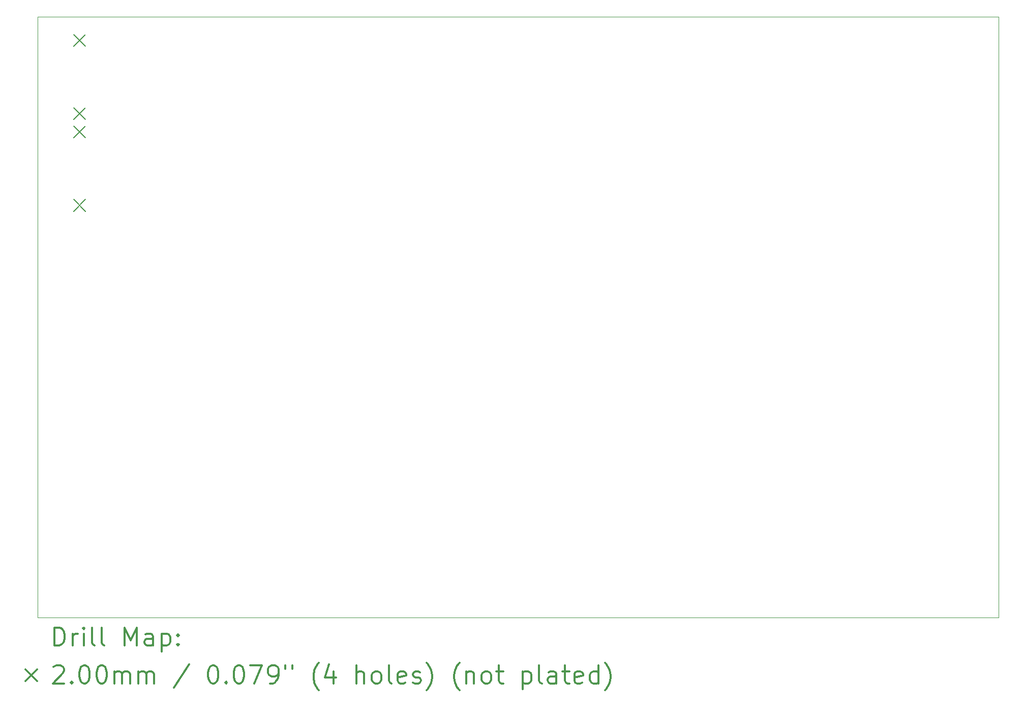
<source format=gbr>
%FSLAX45Y45*%
G04 Gerber Fmt 4.5, Leading zero omitted, Abs format (unit mm)*
G04 Created by KiCad (PCBNEW (5.1.6)-1) date 2020-10-13 15:43:09*
%MOMM*%
%LPD*%
G01*
G04 APERTURE LIST*
%TA.AperFunction,Profile*%
%ADD10C,0.100000*%
%TD*%
%ADD11C,0.200000*%
%ADD12C,0.300000*%
G04 APERTURE END LIST*
D10*
X23200000Y-4000000D02*
X23200000Y-14000000D01*
X7200000Y-14000000D02*
X23200000Y-14000000D01*
X7200000Y-4000000D02*
X7200000Y-14000000D01*
X7200000Y-4000000D02*
X23200000Y-4000000D01*
D11*
X7800000Y-5815000D02*
X8000000Y-6015000D01*
X8000000Y-5815000D02*
X7800000Y-6015000D01*
X7800000Y-7035000D02*
X8000000Y-7235000D01*
X8000000Y-7035000D02*
X7800000Y-7235000D01*
X7800000Y-4290000D02*
X8000000Y-4490000D01*
X8000000Y-4290000D02*
X7800000Y-4490000D01*
X7800000Y-5510000D02*
X8000000Y-5710000D01*
X8000000Y-5510000D02*
X7800000Y-5710000D01*
D12*
X7481428Y-14470714D02*
X7481428Y-14170714D01*
X7552857Y-14170714D01*
X7595714Y-14185000D01*
X7624286Y-14213571D01*
X7638571Y-14242143D01*
X7652857Y-14299286D01*
X7652857Y-14342143D01*
X7638571Y-14399286D01*
X7624286Y-14427857D01*
X7595714Y-14456429D01*
X7552857Y-14470714D01*
X7481428Y-14470714D01*
X7781428Y-14470714D02*
X7781428Y-14270714D01*
X7781428Y-14327857D02*
X7795714Y-14299286D01*
X7810000Y-14285000D01*
X7838571Y-14270714D01*
X7867143Y-14270714D01*
X7967143Y-14470714D02*
X7967143Y-14270714D01*
X7967143Y-14170714D02*
X7952857Y-14185000D01*
X7967143Y-14199286D01*
X7981428Y-14185000D01*
X7967143Y-14170714D01*
X7967143Y-14199286D01*
X8152857Y-14470714D02*
X8124286Y-14456429D01*
X8110000Y-14427857D01*
X8110000Y-14170714D01*
X8310000Y-14470714D02*
X8281428Y-14456429D01*
X8267143Y-14427857D01*
X8267143Y-14170714D01*
X8652857Y-14470714D02*
X8652857Y-14170714D01*
X8752857Y-14385000D01*
X8852857Y-14170714D01*
X8852857Y-14470714D01*
X9124286Y-14470714D02*
X9124286Y-14313571D01*
X9110000Y-14285000D01*
X9081428Y-14270714D01*
X9024286Y-14270714D01*
X8995714Y-14285000D01*
X9124286Y-14456429D02*
X9095714Y-14470714D01*
X9024286Y-14470714D01*
X8995714Y-14456429D01*
X8981428Y-14427857D01*
X8981428Y-14399286D01*
X8995714Y-14370714D01*
X9024286Y-14356429D01*
X9095714Y-14356429D01*
X9124286Y-14342143D01*
X9267143Y-14270714D02*
X9267143Y-14570714D01*
X9267143Y-14285000D02*
X9295714Y-14270714D01*
X9352857Y-14270714D01*
X9381428Y-14285000D01*
X9395714Y-14299286D01*
X9410000Y-14327857D01*
X9410000Y-14413571D01*
X9395714Y-14442143D01*
X9381428Y-14456429D01*
X9352857Y-14470714D01*
X9295714Y-14470714D01*
X9267143Y-14456429D01*
X9538571Y-14442143D02*
X9552857Y-14456429D01*
X9538571Y-14470714D01*
X9524286Y-14456429D01*
X9538571Y-14442143D01*
X9538571Y-14470714D01*
X9538571Y-14285000D02*
X9552857Y-14299286D01*
X9538571Y-14313571D01*
X9524286Y-14299286D01*
X9538571Y-14285000D01*
X9538571Y-14313571D01*
X6995000Y-14865000D02*
X7195000Y-15065000D01*
X7195000Y-14865000D02*
X6995000Y-15065000D01*
X7467143Y-14829286D02*
X7481428Y-14815000D01*
X7510000Y-14800714D01*
X7581428Y-14800714D01*
X7610000Y-14815000D01*
X7624286Y-14829286D01*
X7638571Y-14857857D01*
X7638571Y-14886429D01*
X7624286Y-14929286D01*
X7452857Y-15100714D01*
X7638571Y-15100714D01*
X7767143Y-15072143D02*
X7781428Y-15086429D01*
X7767143Y-15100714D01*
X7752857Y-15086429D01*
X7767143Y-15072143D01*
X7767143Y-15100714D01*
X7967143Y-14800714D02*
X7995714Y-14800714D01*
X8024286Y-14815000D01*
X8038571Y-14829286D01*
X8052857Y-14857857D01*
X8067143Y-14915000D01*
X8067143Y-14986429D01*
X8052857Y-15043571D01*
X8038571Y-15072143D01*
X8024286Y-15086429D01*
X7995714Y-15100714D01*
X7967143Y-15100714D01*
X7938571Y-15086429D01*
X7924286Y-15072143D01*
X7910000Y-15043571D01*
X7895714Y-14986429D01*
X7895714Y-14915000D01*
X7910000Y-14857857D01*
X7924286Y-14829286D01*
X7938571Y-14815000D01*
X7967143Y-14800714D01*
X8252857Y-14800714D02*
X8281428Y-14800714D01*
X8310000Y-14815000D01*
X8324286Y-14829286D01*
X8338571Y-14857857D01*
X8352857Y-14915000D01*
X8352857Y-14986429D01*
X8338571Y-15043571D01*
X8324286Y-15072143D01*
X8310000Y-15086429D01*
X8281428Y-15100714D01*
X8252857Y-15100714D01*
X8224286Y-15086429D01*
X8210000Y-15072143D01*
X8195714Y-15043571D01*
X8181428Y-14986429D01*
X8181428Y-14915000D01*
X8195714Y-14857857D01*
X8210000Y-14829286D01*
X8224286Y-14815000D01*
X8252857Y-14800714D01*
X8481428Y-15100714D02*
X8481428Y-14900714D01*
X8481428Y-14929286D02*
X8495714Y-14915000D01*
X8524286Y-14900714D01*
X8567143Y-14900714D01*
X8595714Y-14915000D01*
X8610000Y-14943571D01*
X8610000Y-15100714D01*
X8610000Y-14943571D02*
X8624286Y-14915000D01*
X8652857Y-14900714D01*
X8695714Y-14900714D01*
X8724286Y-14915000D01*
X8738571Y-14943571D01*
X8738571Y-15100714D01*
X8881428Y-15100714D02*
X8881428Y-14900714D01*
X8881428Y-14929286D02*
X8895714Y-14915000D01*
X8924286Y-14900714D01*
X8967143Y-14900714D01*
X8995714Y-14915000D01*
X9010000Y-14943571D01*
X9010000Y-15100714D01*
X9010000Y-14943571D02*
X9024286Y-14915000D01*
X9052857Y-14900714D01*
X9095714Y-14900714D01*
X9124286Y-14915000D01*
X9138571Y-14943571D01*
X9138571Y-15100714D01*
X9724286Y-14786429D02*
X9467143Y-15172143D01*
X10110000Y-14800714D02*
X10138571Y-14800714D01*
X10167143Y-14815000D01*
X10181428Y-14829286D01*
X10195714Y-14857857D01*
X10210000Y-14915000D01*
X10210000Y-14986429D01*
X10195714Y-15043571D01*
X10181428Y-15072143D01*
X10167143Y-15086429D01*
X10138571Y-15100714D01*
X10110000Y-15100714D01*
X10081428Y-15086429D01*
X10067143Y-15072143D01*
X10052857Y-15043571D01*
X10038571Y-14986429D01*
X10038571Y-14915000D01*
X10052857Y-14857857D01*
X10067143Y-14829286D01*
X10081428Y-14815000D01*
X10110000Y-14800714D01*
X10338571Y-15072143D02*
X10352857Y-15086429D01*
X10338571Y-15100714D01*
X10324286Y-15086429D01*
X10338571Y-15072143D01*
X10338571Y-15100714D01*
X10538571Y-14800714D02*
X10567143Y-14800714D01*
X10595714Y-14815000D01*
X10610000Y-14829286D01*
X10624286Y-14857857D01*
X10638571Y-14915000D01*
X10638571Y-14986429D01*
X10624286Y-15043571D01*
X10610000Y-15072143D01*
X10595714Y-15086429D01*
X10567143Y-15100714D01*
X10538571Y-15100714D01*
X10510000Y-15086429D01*
X10495714Y-15072143D01*
X10481428Y-15043571D01*
X10467143Y-14986429D01*
X10467143Y-14915000D01*
X10481428Y-14857857D01*
X10495714Y-14829286D01*
X10510000Y-14815000D01*
X10538571Y-14800714D01*
X10738571Y-14800714D02*
X10938571Y-14800714D01*
X10810000Y-15100714D01*
X11067143Y-15100714D02*
X11124286Y-15100714D01*
X11152857Y-15086429D01*
X11167143Y-15072143D01*
X11195714Y-15029286D01*
X11210000Y-14972143D01*
X11210000Y-14857857D01*
X11195714Y-14829286D01*
X11181428Y-14815000D01*
X11152857Y-14800714D01*
X11095714Y-14800714D01*
X11067143Y-14815000D01*
X11052857Y-14829286D01*
X11038571Y-14857857D01*
X11038571Y-14929286D01*
X11052857Y-14957857D01*
X11067143Y-14972143D01*
X11095714Y-14986429D01*
X11152857Y-14986429D01*
X11181428Y-14972143D01*
X11195714Y-14957857D01*
X11210000Y-14929286D01*
X11324286Y-14800714D02*
X11324286Y-14857857D01*
X11438571Y-14800714D02*
X11438571Y-14857857D01*
X11881428Y-15215000D02*
X11867143Y-15200714D01*
X11838571Y-15157857D01*
X11824286Y-15129286D01*
X11810000Y-15086429D01*
X11795714Y-15015000D01*
X11795714Y-14957857D01*
X11810000Y-14886429D01*
X11824286Y-14843571D01*
X11838571Y-14815000D01*
X11867143Y-14772143D01*
X11881428Y-14757857D01*
X12124286Y-14900714D02*
X12124286Y-15100714D01*
X12052857Y-14786429D02*
X11981428Y-15000714D01*
X12167143Y-15000714D01*
X12510000Y-15100714D02*
X12510000Y-14800714D01*
X12638571Y-15100714D02*
X12638571Y-14943571D01*
X12624286Y-14915000D01*
X12595714Y-14900714D01*
X12552857Y-14900714D01*
X12524286Y-14915000D01*
X12510000Y-14929286D01*
X12824286Y-15100714D02*
X12795714Y-15086429D01*
X12781428Y-15072143D01*
X12767143Y-15043571D01*
X12767143Y-14957857D01*
X12781428Y-14929286D01*
X12795714Y-14915000D01*
X12824286Y-14900714D01*
X12867143Y-14900714D01*
X12895714Y-14915000D01*
X12910000Y-14929286D01*
X12924286Y-14957857D01*
X12924286Y-15043571D01*
X12910000Y-15072143D01*
X12895714Y-15086429D01*
X12867143Y-15100714D01*
X12824286Y-15100714D01*
X13095714Y-15100714D02*
X13067143Y-15086429D01*
X13052857Y-15057857D01*
X13052857Y-14800714D01*
X13324286Y-15086429D02*
X13295714Y-15100714D01*
X13238571Y-15100714D01*
X13210000Y-15086429D01*
X13195714Y-15057857D01*
X13195714Y-14943571D01*
X13210000Y-14915000D01*
X13238571Y-14900714D01*
X13295714Y-14900714D01*
X13324286Y-14915000D01*
X13338571Y-14943571D01*
X13338571Y-14972143D01*
X13195714Y-15000714D01*
X13452857Y-15086429D02*
X13481428Y-15100714D01*
X13538571Y-15100714D01*
X13567143Y-15086429D01*
X13581428Y-15057857D01*
X13581428Y-15043571D01*
X13567143Y-15015000D01*
X13538571Y-15000714D01*
X13495714Y-15000714D01*
X13467143Y-14986429D01*
X13452857Y-14957857D01*
X13452857Y-14943571D01*
X13467143Y-14915000D01*
X13495714Y-14900714D01*
X13538571Y-14900714D01*
X13567143Y-14915000D01*
X13681428Y-15215000D02*
X13695714Y-15200714D01*
X13724286Y-15157857D01*
X13738571Y-15129286D01*
X13752857Y-15086429D01*
X13767143Y-15015000D01*
X13767143Y-14957857D01*
X13752857Y-14886429D01*
X13738571Y-14843571D01*
X13724286Y-14815000D01*
X13695714Y-14772143D01*
X13681428Y-14757857D01*
X14224286Y-15215000D02*
X14210000Y-15200714D01*
X14181428Y-15157857D01*
X14167143Y-15129286D01*
X14152857Y-15086429D01*
X14138571Y-15015000D01*
X14138571Y-14957857D01*
X14152857Y-14886429D01*
X14167143Y-14843571D01*
X14181428Y-14815000D01*
X14210000Y-14772143D01*
X14224286Y-14757857D01*
X14338571Y-14900714D02*
X14338571Y-15100714D01*
X14338571Y-14929286D02*
X14352857Y-14915000D01*
X14381428Y-14900714D01*
X14424286Y-14900714D01*
X14452857Y-14915000D01*
X14467143Y-14943571D01*
X14467143Y-15100714D01*
X14652857Y-15100714D02*
X14624286Y-15086429D01*
X14610000Y-15072143D01*
X14595714Y-15043571D01*
X14595714Y-14957857D01*
X14610000Y-14929286D01*
X14624286Y-14915000D01*
X14652857Y-14900714D01*
X14695714Y-14900714D01*
X14724286Y-14915000D01*
X14738571Y-14929286D01*
X14752857Y-14957857D01*
X14752857Y-15043571D01*
X14738571Y-15072143D01*
X14724286Y-15086429D01*
X14695714Y-15100714D01*
X14652857Y-15100714D01*
X14838571Y-14900714D02*
X14952857Y-14900714D01*
X14881428Y-14800714D02*
X14881428Y-15057857D01*
X14895714Y-15086429D01*
X14924286Y-15100714D01*
X14952857Y-15100714D01*
X15281428Y-14900714D02*
X15281428Y-15200714D01*
X15281428Y-14915000D02*
X15310000Y-14900714D01*
X15367143Y-14900714D01*
X15395714Y-14915000D01*
X15410000Y-14929286D01*
X15424286Y-14957857D01*
X15424286Y-15043571D01*
X15410000Y-15072143D01*
X15395714Y-15086429D01*
X15367143Y-15100714D01*
X15310000Y-15100714D01*
X15281428Y-15086429D01*
X15595714Y-15100714D02*
X15567143Y-15086429D01*
X15552857Y-15057857D01*
X15552857Y-14800714D01*
X15838571Y-15100714D02*
X15838571Y-14943571D01*
X15824286Y-14915000D01*
X15795714Y-14900714D01*
X15738571Y-14900714D01*
X15710000Y-14915000D01*
X15838571Y-15086429D02*
X15810000Y-15100714D01*
X15738571Y-15100714D01*
X15710000Y-15086429D01*
X15695714Y-15057857D01*
X15695714Y-15029286D01*
X15710000Y-15000714D01*
X15738571Y-14986429D01*
X15810000Y-14986429D01*
X15838571Y-14972143D01*
X15938571Y-14900714D02*
X16052857Y-14900714D01*
X15981428Y-14800714D02*
X15981428Y-15057857D01*
X15995714Y-15086429D01*
X16024286Y-15100714D01*
X16052857Y-15100714D01*
X16267143Y-15086429D02*
X16238571Y-15100714D01*
X16181428Y-15100714D01*
X16152857Y-15086429D01*
X16138571Y-15057857D01*
X16138571Y-14943571D01*
X16152857Y-14915000D01*
X16181428Y-14900714D01*
X16238571Y-14900714D01*
X16267143Y-14915000D01*
X16281428Y-14943571D01*
X16281428Y-14972143D01*
X16138571Y-15000714D01*
X16538571Y-15100714D02*
X16538571Y-14800714D01*
X16538571Y-15086429D02*
X16510000Y-15100714D01*
X16452857Y-15100714D01*
X16424286Y-15086429D01*
X16410000Y-15072143D01*
X16395714Y-15043571D01*
X16395714Y-14957857D01*
X16410000Y-14929286D01*
X16424286Y-14915000D01*
X16452857Y-14900714D01*
X16510000Y-14900714D01*
X16538571Y-14915000D01*
X16652857Y-15215000D02*
X16667143Y-15200714D01*
X16695714Y-15157857D01*
X16710000Y-15129286D01*
X16724286Y-15086429D01*
X16738571Y-15015000D01*
X16738571Y-14957857D01*
X16724286Y-14886429D01*
X16710000Y-14843571D01*
X16695714Y-14815000D01*
X16667143Y-14772143D01*
X16652857Y-14757857D01*
M02*

</source>
